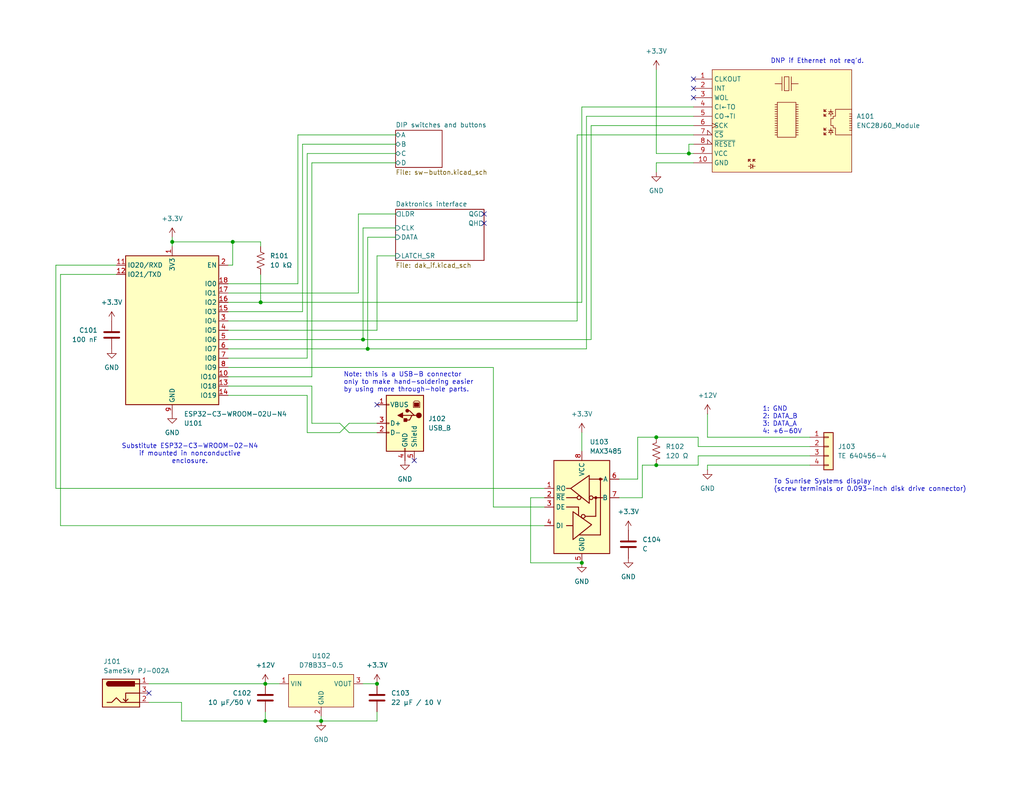
<source format=kicad_sch>
(kicad_sch (version 20250114) (generator "eeschema") (generator_version "9.0")
  (paper "USLetter")
  (title_block (title "TRT-HW05 Sunrise/Daktronics controller") (date "2025-08-29") (rev "02") (company "Bay Area Electric Railroad Association"))
  (lib_symbols
    (symbol "Connector:Barrel_Jack_Switch" (pin_names (hide yes))
      (property "Reference" "J101" (at -4.826 8.636 0))
      (property "Value" "SameSky PJ-002A" (at -4.826 6.096 0))
      (symbol "Barrel_Jack_Switch_0_1"
        (rectangle (start -5.08 3.81) (end 5.08 -3.81) (stroke (width 0.254)) (fill (type background)))
        (polyline (pts (xy -3.81 -2.54) (xy -2.54 -2.54) (xy -1.27 -1.27) (xy 0 -2.54) (xy 2.54 -2.54) (xy 5.08 -2.54)) (stroke (width 0.254)))
        (arc (start -3.302 1.905) (mid -3.9343 2.54) (end -3.302 3.175) (stroke (width 0.254)))
        (arc (start -3.302 1.905) (mid -3.9343 2.54) (end -3.302 3.175) (stroke (width 0.254)) (fill (type outline)))
        (polyline (pts (xy 1.27 -2.286) (xy 1.905 -1.651)) (stroke (width 0.254)))
        (rectangle (start 3.683 3.175) (end -3.302 1.905) (stroke (width 0.254)) (fill (type outline)))
        (polyline (pts (xy 5.08 2.54) (xy 3.81 2.54)) (stroke (width 0.254)))
        (polyline (pts (xy 5.08 0) (xy 1.27 0) (xy 1.27 -2.286) (xy 0.635 -1.651)) (stroke (width 0.254)))
      )
      (symbol "Barrel_Jack_Switch_1_1"
        (pin power_out line (at 7.62 2.54 180) (length 2.54) (name "~") (number "1"))
        (pin power_in line (at 7.62 0 180) (length 2.54) (name "~") (number "3"))
        (pin power_out line (at 7.62 -2.54 180) (length 2.54) (name "~") (number "2"))
      )
    )
    (symbol "Connector:USB_B" (pin_names (offset 1.016))
      (property "Reference" "J" (at -5.08 11.43 0))
      (property "Value" "USB_B" (at -5.08 8.89 0))
      (symbol "USB_B_0_1"
        (rectangle (start -5.08 -7.62) (end 5.08 7.62) (stroke (width 0.254)) (fill (type background)))
        (polyline (pts (xy -4.064 4.318) (xy -2.286 4.318) (xy -2.286 5.715) (xy -2.667 6.096) (xy -3.683 6.096) (xy -4.064 5.715) (xy -4.064 4.318)))
        (rectangle (start -3.81 5.588) (end -2.54 4.572) (fill (type outline)))
        (circle (center -3.81 2.159) (radius 0.635) (stroke (width 0.254)) (fill (type outline)))
        (polyline (pts (xy -3.175 2.159) (xy -2.54 2.159) (xy -1.27 3.429) (xy -0.635 3.429)) (stroke (width 0.254)))
        (polyline (pts (xy -2.54 2.159) (xy -1.905 2.159) (xy -1.27 0.889) (xy 0 0.889)) (stroke (width 0.254)))
        (polyline (pts (xy -1.905 2.159) (xy 0.635 2.159)) (stroke (width 0.254)))
        (circle (center -0.635 3.429) (radius 0.381) (stroke (width 0.254)) (fill (type outline)))
        (rectangle (start -0.127 -7.62) (end 0.127 -6.858))
        (rectangle (start 0.254 1.27) (end -0.508 0.508) (stroke (width 0.254)) (fill (type outline)))
        (polyline (pts (xy 0.635 2.794) (xy 0.635 1.524) (xy 1.905 2.159) (xy 0.635 2.794)) (stroke (width 0.254)) (fill (type outline)))
        (rectangle (start 5.08 4.953) (end 4.318 5.207))
        (rectangle (start 5.08 -0.127) (end 4.318 0.127))
        (rectangle (start 5.08 -2.667) (end 4.318 -2.413))
      )
      (symbol "USB_B_1_1"
        (pin passive line (at -2.54 -10.16 90) (length 2.54) (name "Shield") (number "5"))
        (pin power_out line (at 0 -10.16 90) (length 2.54) (name "GND") (number "4"))
        (pin power_out line (at 7.62 5.08 180) (length 2.54) (name "VBUS") (number "1"))
        (pin bidirectional line (at 7.62 0 180) (length 2.54) (name "D+") (number "3"))
        (pin bidirectional line (at 7.62 -2.54 180) (length 2.54) (name "D-") (number "2"))
      )
    )
    (symbol "Connector_Generic:Conn_01x04" (pin_names (offset 1.016) (hide yes))
      (property "Reference" "J" (at 0 5.08 0))
      (property "Value" "Conn_01x04" (at 0 -7.62 0))
      (symbol "Conn_01x04_1_1"
        (rectangle (start -1.27 3.81) (end 1.27 -6.35) (stroke (width 0.254)) (fill (type background)))
        (rectangle (start -1.27 2.667) (end 0 2.413) (stroke (width 0.1524)))
        (rectangle (start -1.27 0.127) (end 0 -0.127) (stroke (width 0.1524)))
        (rectangle (start -1.27 -2.413) (end 0 -2.667) (stroke (width 0.1524)))
        (rectangle (start -1.27 -4.953) (end 0 -5.207) (stroke (width 0.1524)))
        (pin passive line (at -5.08 2.54 0) (length 3.81) (name "Pin_1") (number "1"))
        (pin passive line (at -5.08 0 0) (length 3.81) (name "Pin_2") (number "2"))
        (pin passive line (at -5.08 -2.54 0) (length 3.81) (name "Pin_3") (number "3"))
        (pin passive line (at -5.08 -5.08 0) (length 3.81) (name "Pin_4") (number "4"))
      )
    )
    (symbol "Device:C" (pin_numbers (hide yes)) (pin_names (offset 0.254))
      (property "Reference" "C" (at 0.635 2.54 0))
      (property "Value" "C" (at 0.635 -2.54 0))
      (symbol "C_0_1"
        (polyline (pts (xy -2.032 0.762) (xy 2.032 0.762)) (stroke (width 0.508)))
        (polyline (pts (xy -2.032 -0.762) (xy 2.032 -0.762)) (stroke (width 0.508)))
      )
      (symbol "C_1_1"
        (pin passive line (at 0 3.81 270) (length 2.794) (name "~") (number "1"))
        (pin passive line (at 0 -3.81 90) (length 2.794) (name "~") (number "2"))
      )
    )
    (symbol "Device:R_US" (pin_numbers (hide yes)) (pin_names (offset 0))
      (property "Reference" "R" (at 2.54 0 90))
      (property "Value" "R_US" (at -2.54 0 90))
      (symbol "R_US_0_1"
        (polyline (pts (xy 0 2.286) (xy 0 2.54)))
        (polyline (pts (xy 0 2.286) (xy 1.016 1.905) (xy 0 1.524) (xy -1.016 1.143) (xy 0 0.762)))
        (polyline (pts (xy 0 0.762) (xy 1.016 0.381) (xy 0 0) (xy -1.016 -0.381) (xy 0 -0.762)))
        (polyline (pts (xy 0 -0.762) (xy 1.016 -1.143) (xy 0 -1.524) (xy -1.016 -1.905) (xy 0 -2.286)))
        (polyline (pts (xy 0 -2.286) (xy 0 -2.54)))
      )
      (symbol "R_US_1_1"
        (pin passive line (at 0 3.81 270) (length 1.27) (name "~") (number "1"))
        (pin passive line (at 0 -3.81 90) (length 1.27) (name "~") (number "2"))
      )
    )
    (symbol "Interface_UART:MAX3485"
      (property "Reference" "U" (at -6.985 13.97 0))
      (property "Value" "MAX3485" (at 1.905 13.97 0))
      (symbol "MAX3485_0_1"
        (rectangle (start -7.62 12.7) (end 7.62 -12.7) (stroke (width 0.254)) (fill (type background)))
        (polyline (pts (xy -4.191 2.54) (xy -1.27 2.54)) (stroke (width 0.254)))
        (polyline (pts (xy -4.191 0) (xy -0.889 0) (xy -0.889 -2.286)) (stroke (width 0.254)))
        (polyline (pts (xy -3.175 5.08) (xy -4.191 5.08) (xy -4.064 5.08)) (stroke (width 0.254)))
        (polyline (pts (xy -2.54 -5.08) (xy -4.191 -5.08)) (stroke (width 0.254)))
        (polyline (pts (xy -2.413 -5.08) (xy -2.413 -1.27) (xy 2.667 -4.826) (xy -2.413 -8.89) (xy -2.413 -5.08)) (stroke (width 0.254)))
        (polyline (pts (xy -0.635 -7.62) (xy 5.08 -7.62)) (stroke (width 0.254)))
        (circle (center 0.381 -2.54) (radius 0.508) (stroke (width 0.254)))
        (polyline (pts (xy 0.889 -2.54) (xy 3.81 -2.54)) (stroke (width 0.254)))
        (polyline (pts (xy 2.032 7.62) (xy 5.715 7.62)) (stroke (width 0.254)))
        (polyline (pts (xy 3.048 2.54) (xy 5.715 2.54)) (stroke (width 0.254)))
        (circle (center 3.81 2.54) (radius 0.2794) (stroke (width 0.254)) (fill (type outline)))
        (polyline (pts (xy 3.81 -2.54) (xy 3.81 2.54)) (stroke (width 0.254)))
        (polyline (pts (xy 5.08 -7.62) (xy 5.08 7.62)) (stroke (width 0.254)))
      )
      (symbol "MAX3485_1_1"
        (circle (center -0.762 2.54) (radius 0.508) (stroke (width 0.254)))
        (polyline (pts (xy 2.032 4.826) (xy 2.032 8.636) (xy -3.048 5.08) (xy 2.032 1.016) (xy 2.032 4.826)) (stroke (width 0.254)))
        (circle (center 2.54 2.54) (radius 0.508) (stroke (width 0.254)))
        (circle (center 5.08 7.62) (radius 0.2794) (stroke (width 0.254)) (fill (type outline)))
        (pin output line (at -10.16 5.08 0) (length 2.54) (name "RO") (number "1"))
        (pin input line (at -10.16 2.54 0) (length 2.54) (name "~{RE}") (number "2"))
        (pin input line (at -10.16 0 0) (length 2.54) (name "DE") (number "3"))
        (pin input line (at -10.16 -5.08 0) (length 2.54) (name "DI") (number "4"))
        (pin power_in line (at 0 15.24 270) (length 2.54) (name "VCC") (number "8"))
        (pin power_in line (at 0 -15.24 90) (length 2.54) (name "GND") (number "5"))
        (pin bidirectional line (at 10.16 7.62 180) (length 2.54) (name "A") (number "6"))
        (pin bidirectional line (at 10.16 2.54 180) (length 2.54) (name "B") (number "7"))
      )
    )
    (symbol "Miscellaneous:D78B33-0.5"
      (property "Reference" "U" (at 0 0 0))
      (property "Value" "D78B33-0.5" (at 5.334 2.032 0))
      (symbol "D78B33-0.5_1_1"
        (rectangle (start -1.27 -1.27) (end 16.51 -10.16) (fill (type background)))
        (pin power_in line (at -3.81 -3.81 0) (length 2.54) (name "VIN") (number "1"))
        (pin power_in line (at 7.62 -12.7 90) (length 2.54) (name "GND") (number "2"))
        (pin power_out line (at 19.05 -3.81 180) (length 2.54) (name "VOUT") (number "3"))
      )
    )
    (symbol "Miscellaneous:ENC28J60_Module"
      (property "Reference" "A" (at 0 0 0))
      (property "Value" "ENC28J60_Module" (at 7.366 2.032 0))
      (symbol "ENC28J60_Module_0_1"
        (polyline (pts (xy 9.2075 -26.3525) (xy 8.5725 -25.7175) (xy 9.2075 -25.7175) (xy 8.5725 -25.7175) (xy 8.5725 -26.3525) (xy 9.2075 -25.7175)))
        (polyline (pts (xy 10.4775 -26.3525) (xy 9.8425 -25.7175) (xy 9.8425 -26.3525) (xy 9.8425 -25.7175) (xy 10.4775 -25.7175) (xy 9.8425 -26.3525)))
        (polyline (pts (xy 10.4775 -27.6225) (xy 9.8425 -27.6225) (xy 9.8425 -26.9875) (xy 9.8425 -28.2575) (xy 9.8425 -27.6225) (xy 9.2075 -28.2575) (xy 9.2075 -26.9875) (xy 9.8425 -27.6225) (xy 9.2075 -26.9875) (xy 9.2075 -27.6225) (xy 8.5725 -27.6225)))
        (polyline (pts (xy 15.875 -10.795) (xy 16.51 -10.795)))
        (polyline (pts (xy 15.875 -11.43) (xy 16.51 -11.43)))
        (polyline (pts (xy 15.875 -12.065) (xy 16.51 -12.065)))
        (polyline (pts (xy 15.875 -12.7) (xy 16.51 -12.7)))
        (polyline (pts (xy 15.875 -13.335) (xy 16.51 -13.335)))
        (polyline (pts (xy 15.875 -13.97) (xy 16.51 -13.97)))
        (polyline (pts (xy 15.875 -14.605) (xy 16.51 -14.605)))
        (polyline (pts (xy 15.875 -15.24) (xy 16.51 -15.24)))
        (polyline (pts (xy 15.875 -15.875) (xy 16.51 -15.875)))
        (polyline (pts (xy 15.875 -16.51) (xy 16.51 -16.51)))
        (polyline (pts (xy 15.875 -17.145) (xy 16.51 -17.145)))
        (polyline (pts (xy 15.875 -17.78) (xy 16.51 -17.78)))
        (polyline (pts (xy 15.875 -18.415) (xy 16.51 -18.415)))
        (polyline (pts (xy 15.875 -19.05) (xy 16.51 -19.05)))
        (rectangle (start 16.51 -10.16) (end 21.59 -19.685))
        (polyline (pts (xy 17.78 -3.175) (xy 17.78 -6.985) (xy 17.78 -5.08) (xy 15.875 -5.08)))
        (rectangle (start 19.685 -3.175) (end 18.415 -6.985))
        (polyline (pts (xy 20.32 -3.175) (xy 20.32 -6.985) (xy 20.32 -5.08) (xy 22.225 -5.08)))
        (polyline (pts (xy 22.225 -10.795) (xy 21.59 -10.795)))
        (polyline (pts (xy 22.225 -11.43) (xy 21.59 -11.43)))
        (polyline (pts (xy 22.225 -12.065) (xy 21.59 -12.065)))
        (polyline (pts (xy 22.225 -12.7) (xy 21.59 -12.7)))
        (polyline (pts (xy 22.225 -13.335) (xy 21.59 -13.335)))
        (polyline (pts (xy 22.225 -13.97) (xy 21.59 -13.97)))
        (polyline (pts (xy 22.225 -14.605) (xy 21.59 -14.605)))
        (polyline (pts (xy 22.225 -15.24) (xy 21.59 -15.24)))
        (polyline (pts (xy 22.225 -15.875) (xy 21.59 -15.875)))
        (polyline (pts (xy 22.225 -16.51) (xy 21.59 -16.51)))
        (polyline (pts (xy 22.225 -17.145) (xy 21.59 -17.145)))
        (polyline (pts (xy 22.225 -17.78) (xy 21.59 -17.78)))
        (polyline (pts (xy 22.225 -18.415) (xy 21.59 -18.415)))
        (polyline (pts (xy 22.225 -19.05) (xy 21.59 -19.05)))
        (polyline (pts (xy 29.845 -12.065) (xy 29.21 -12.7) (xy 29.845 -12.7) (xy 29.21 -12.7) (xy 29.21 -12.065) (xy 29.845 -12.7)))
        (polyline (pts (xy 29.845 -13.335) (xy 29.21 -13.97) (xy 29.21 -13.335) (xy 29.21 -13.97) (xy 29.845 -13.97) (xy 29.21 -13.335)))
        (polyline (pts (xy 29.845 -17.145) (xy 29.21 -17.78) (xy 29.845 -17.78) (xy 29.21 -17.78) (xy 29.21 -17.145) (xy 29.845 -17.78)))
        (polyline (pts (xy 29.845 -18.415) (xy 29.21 -19.05) (xy 29.21 -18.415) (xy 29.21 -19.05) (xy 29.845 -19.05) (xy 29.21 -18.415)))
        (polyline (pts (xy 31.115 -12.065) (xy 31.115 -12.7) (xy 30.48 -12.7) (xy 31.75 -12.7) (xy 31.115 -12.7) (xy 31.75 -13.335) (xy 30.48 -13.335) (xy 31.115 -12.7) (xy 30.48 -13.335) (xy 31.115 -13.335) (xy 31.115 -13.97)))
        (polyline (pts (xy 31.115 -17.145) (xy 31.115 -17.78) (xy 30.48 -17.78) (xy 31.75 -17.78) (xy 31.115 -17.78) (xy 31.75 -18.415) (xy 30.48 -18.415) (xy 31.115 -17.78) (xy 30.48 -18.415) (xy 31.115 -18.415) (xy 31.115 -19.05)))
        (polyline (pts (xy 36.83 -13.335) (xy 36.195 -13.335) (xy 36.83 -13.335) (xy 36.83 -13.97) (xy 36.195 -13.97) (xy 36.83 -13.97) (xy 36.83 -14.605) (xy 36.195 -14.605) (xy 36.83 -14.605) (xy 36.83 -15.24) (xy 36.195 -15.24) (xy 36.83 -15.24) (xy 36.83 -15.875) (xy 36.195 -15.875) (xy 36.83 -15.875) (xy 36.83 -17.145) (xy 36.83 -16.51) (xy 36.195 -16.51) (xy 36.83 -16.51) (xy 36.83 -17.145) (xy 36.195 -17.145) (xy 36.83 -17.145) (xy 36.83 -17.78) (xy 36.195 -17.78)))
        (polyline (pts (xy 36.83 -19.05) (xy 32.385 -19.05) (xy 32.385 -17.145) (xy 31.75 -17.145) (xy 31.75 -16.51) (xy 31.115 -16.51) (xy 31.115 -14.605) (xy 31.75 -14.605) (xy 31.75 -13.97) (xy 32.385 -13.97) (xy 32.385 -12.065) (xy 36.83 -12.065)))
      )
      (symbol "ENC28J60_Module_1_1"
        (rectangle (start -1.27 -1.27) (end 36.83 -29.21) (fill (type background)))
        (pin output line (at -6.35 -3.81 0) (length 5.08) (name "CLKOUT") (number "1"))
        (pin output line (at -6.35 -6.35 0) (length 5.08) (name "INT") (number "2"))
        (pin output line (at -6.35 -8.89 0) (length 5.08) (name "WOL") (number "3"))
        (pin output line (at -6.35 -11.43 0) (length 5.08) (name "CI←TO") (number "4"))
        (pin input line (at -6.35 -13.97 0) (length 5.08) (name "CO→TI") (number "5"))
        (pin input clock (at -6.35 -16.51 0) (length 5.08) (name "SCK") (number "6"))
        (pin input input_low (at -6.35 -19.05 0) (length 5.08) (name "~{CS}") (number "7"))
        (pin input input_low (at -6.35 -21.59 0) (length 5.08) (name "~{RESET}") (number "8"))
        (pin power_in line (at -6.35 -24.13 0) (length 5.08) (name "VCC") (number "9"))
        (pin power_in line (at -6.35 -26.67 0) (length 5.08) (name "GND") (number "10"))
      )
    )
    (symbol "RF_Module:ESP32-C3-WROOM-02U"
      (property "Reference" "U" (at -12.192 21.336 0))
      (property "Value" "ESP32-C3-WROOM-02U" (at 12.7 21.336 0))
      (symbol "ESP32-C3-WROOM-02U_1_1"
        (rectangle (start -12.7 20.32) (end 12.7 -20.32) (stroke (width 0.254)) (fill (type background)))
        (pin input line (at -15.24 17.78 0) (length 2.54) (name "EN") (number "2"))
        (pin bidirectional line (at -15.24 12.7 0) (length 2.54) (name "IO0") (number "18"))
        (pin bidirectional line (at -15.24 10.16 0) (length 2.54) (name "IO1") (number "17"))
        (pin bidirectional line (at -15.24 7.62 0) (length 2.54) (name "IO2") (number "16"))
        (pin bidirectional line (at -15.24 5.08 0) (length 2.54) (name "IO3") (number "15"))
        (pin bidirectional line (at -15.24 2.54 0) (length 2.54) (name "IO4") (number "3"))
        (pin bidirectional line (at -15.24 0 0) (length 2.54) (name "IO5") (number "4"))
        (pin bidirectional line (at -15.24 -2.54 0) (length 2.54) (name "IO6") (number "5"))
        (pin bidirectional line (at -15.24 -5.08 0) (length 2.54) (name "IO7") (number "6"))
        (pin bidirectional line (at -15.24 -7.62 0) (length 2.54) (name "IO8") (number "7"))
        (pin bidirectional line (at -15.24 -10.16 0) (length 2.54) (name "IO9") (number "8"))
        (pin bidirectional line (at -15.24 -12.7 0) (length 2.54) (name "IO10") (number "10"))
        (pin bidirectional line (at -15.24 -15.24 0) (length 2.54) (name "IO18") (number "13"))
        (pin bidirectional line (at -15.24 -17.78 0) (length 2.54) (name "IO19") (number "14"))
        (pin power_in line (at 0 22.86 270) (length 2.54) (name "3V3") (number "1"))
        (pin passive line (at 0 -22.86 90) (length 2.54) (hide yes) (name "GND") (number "19"))
        (pin power_in line (at 0 -22.86 90) (length 2.54) (name "GND") (number "9"))
        (pin bidirectional line (at 15.24 17.78 180) (length 2.54) (name "IO20/RXD") (number "11"))
        (pin bidirectional line (at 15.24 15.24 180) (length 2.54) (name "IO21/TXD") (number "12"))
      )
    )
    (symbol "power:+12V" (power) (pin_numbers (hide yes)) (pin_names (offset 0) (hide yes))
      (property "Value" "+12V" (at 0 3.556 0))
      (symbol "+12V_0_1"
        (polyline (pts (xy -0.762 1.27) (xy 0 2.54)))
        (polyline (pts (xy 0 2.54) (xy 0.762 1.27)))
        (polyline (pts (xy 0 0) (xy 0 2.54)))
      )
      (symbol "+12V_1_1"
        (pin power_in line (at 0 0 90) (length 0) (name "~") (number "1"))
      )
    )
    (symbol "power:+3.3V" (power) (pin_numbers (hide yes)) (pin_names (offset 0) (hide yes))
      (property "Value" "+3.3V" (at 0 3.556 0))
      (symbol "+3.3V_0_1"
        (polyline (pts (xy -0.762 1.27) (xy 0 2.54)))
        (polyline (pts (xy 0 2.54) (xy 0.762 1.27)))
        (polyline (pts (xy 0 0) (xy 0 2.54)))
      )
      (symbol "+3.3V_1_1"
        (pin power_in line (at 0 0 90) (length 0) (name "~") (number "1"))
      )
    )
    (symbol "power:GND" (power) (pin_numbers (hide yes)) (pin_names (offset 0) (hide yes))
      (property "Value" "GND" (at 0 -3.81 0))
      (symbol "GND_0_1"
        (polyline (pts (xy 0 0) (xy 0 -1.27) (xy 1.27 -1.27) (xy 0 -2.54) (xy -1.27 -1.27) (xy 0 -1.27)))
      )
      (symbol "GND_1_1"
        (pin power_in line (at 0 0 270) (length 0) (name "~") (number "1"))
      )
    )
  )
  (text "1: GND\n2: DATA_B\n3: DATA_A\n4: +6-60V" (at 208.026 114.808 0) (effects (font (size 1.27 1.27)) (justify left)))
  (text "Note: this is a USB-B connector\nonly to make hand-soldering easier\nby using more through-hole parts." (at 93.726 104.394 0) (effects (font (size 1.27 1.27)) (justify left)))
  (text "Substitute ESP32-C3-WROOM-02-N4\nif mounted in nonconductive\nenclosure." (at 51.816 123.952 0) (effects (font (size 1.27 1.27))))
  (text "To Sunrise Systems display\n(screw terminals or 0.093-inch disk drive connector)" (at 211.074 132.588 0) (effects (font (size 1.27 1.27)) (justify left)))
  (text "DNP if Ethernet not req'd." (at 223.012 16.764 0) (effects (font (size 1.27 1.27))))
  (junction (at 158.75 153.67))
  (junction (at 63.5 66.04))
  (junction (at 87.63 196.85))
  (junction (at 179.07 127))
  (junction (at 71.12 82.55))
  (junction (at 187.96 41.91))
  (junction (at 179.07 119.38))
  (junction (at 100.33 95.25))
  (junction (at 72.39 196.85))
  (junction (at 72.39 186.69))
  (junction (at 46.99 66.04))
  (junction (at 102.87 186.69))
  (junction (at 99.06 92.71))
  (no_connect (at 132.08 58.42))
  (no_connect (at 113.03 125.73))
  (no_connect (at 102.87 110.49))
  (no_connect (at 132.08 60.96))
  (no_connect (at 189.23 21.59))
  (no_connect (at 189.23 24.13))
  (no_connect (at 189.23 26.67))
  (no_connect (at 40.64 189.23))
  (wire (pts (xy 100.33 64.77) (xy 100.33 95.25)))
  (wire (pts (xy 134.62 138.43) (xy 148.59 138.43)))
  (wire (pts (xy 102.87 186.69) (xy 99.06 186.69)))
  (wire (pts (xy 62.23 97.79) (xy 83.82 97.79)))
  (wire (pts (xy 62.23 95.25) (xy 100.33 95.25)))
  (wire (pts (xy 157.48 36.83) (xy 157.48 87.63)))
  (wire (pts (xy 107.95 69.85) (xy 102.87 69.85)))
  (wire (pts (xy 82.55 85.09) (xy 62.23 85.09)))
  (wire (pts (xy 157.48 87.63) (xy 62.23 87.63)))
  (wire (pts (xy 31.75 74.93) (xy 16.51 74.93)))
  (wire (pts (xy 62.23 107.95) (xy 83.82 107.95)))
  (wire (pts (xy 187.96 39.37) (xy 187.96 41.91)))
  (wire (pts (xy 46.99 66.04) (xy 63.5 66.04)))
  (wire (pts (xy 87.63 196.85) (xy 102.87 196.85)))
  (wire (pts (xy 193.04 127) (xy 220.98 127)))
  (wire (pts (xy 71.12 66.04) (xy 63.5 66.04)))
  (wire (pts (xy 62.23 90.17) (xy 102.87 90.17)))
  (wire (pts (xy 161.29 34.29) (xy 161.29 92.71)))
  (wire (pts (xy 189.23 31.75) (xy 160.02 31.75)))
  (wire (pts (xy 16.51 74.93) (xy 16.51 143.51)))
  (wire (pts (xy 100.33 95.25) (xy 160.02 95.25)))
  (wire (pts (xy 71.12 67.31) (xy 71.12 66.04)))
  (wire (pts (xy 92.71 115.57) (xy 95.25 118.11)))
  (wire (pts (xy 179.07 46.99) (xy 179.07 44.45)))
  (wire (pts (xy 102.87 69.85) (xy 102.87 90.17)))
  (wire (pts (xy 161.29 34.29) (xy 189.23 34.29)))
  (wire (pts (xy 187.96 41.91) (xy 189.23 41.91)))
  (wire (pts (xy 190.5 121.92) (xy 220.98 121.92)))
  (wire (pts (xy 148.59 135.89) (xy 144.78 135.89)))
  (wire (pts (xy 158.75 118.11) (xy 158.75 123.19)))
  (wire (pts (xy 62.23 82.55) (xy 71.12 82.55)))
  (wire (pts (xy 95.25 115.57) (xy 92.71 118.11)))
  (wire (pts (xy 179.07 41.91) (xy 187.96 41.91)))
  (wire (pts (xy 189.23 39.37) (xy 187.96 39.37)))
  (wire (pts (xy 190.5 119.38) (xy 190.5 121.92)))
  (wire (pts (xy 72.39 194.31) (xy 72.39 196.85)))
  (wire (pts (xy 193.04 128.27) (xy 193.04 127)))
  (wire (pts (xy 62.23 77.47) (xy 81.28 77.47)))
  (wire (pts (xy 71.12 74.93) (xy 71.12 82.55)))
  (wire (pts (xy 15.24 133.35) (xy 15.24 72.39)))
  (wire (pts (xy 168.91 135.89) (xy 175.26 135.89)))
  (wire (pts (xy 107.95 39.37) (xy 82.55 39.37)))
  (wire (pts (xy 83.82 41.91) (xy 107.95 41.91)))
  (wire (pts (xy 107.95 44.45) (xy 85.09 44.45)))
  (wire (pts (xy 85.09 115.57) (xy 92.71 115.57)))
  (wire (pts (xy 193.04 119.38) (xy 220.98 119.38)))
  (wire (pts (xy 158.75 29.21) (xy 189.23 29.21)))
  (wire (pts (xy 63.5 72.39) (xy 62.23 72.39)))
  (wire (pts (xy 158.75 82.55) (xy 158.75 29.21)))
  (wire (pts (xy 46.99 64.77) (xy 46.99 66.04)))
  (wire (pts (xy 97.79 58.42) (xy 97.79 80.01)))
  (wire (pts (xy 49.53 191.77) (xy 40.64 191.77)))
  (wire (pts (xy 193.04 113.03) (xy 193.04 119.38)))
  (wire (pts (xy 168.91 130.81) (xy 173.99 130.81)))
  (wire (pts (xy 179.07 19.05) (xy 179.07 41.91)))
  (wire (pts (xy 95.25 115.57) (xy 102.87 115.57)))
  (wire (pts (xy 144.78 135.89) (xy 144.78 153.67)))
  (wire (pts (xy 16.51 143.51) (xy 148.59 143.51)))
  (wire (pts (xy 85.09 102.87) (xy 62.23 102.87)))
  (wire (pts (xy 87.63 196.85) (xy 87.63 195.58)))
  (wire (pts (xy 81.28 77.47) (xy 81.28 36.83)))
  (wire (pts (xy 62.23 105.41) (xy 85.09 105.41)))
  (wire (pts (xy 15.24 133.35) (xy 148.59 133.35)))
  (wire (pts (xy 76.2 186.69) (xy 72.39 186.69)))
  (wire (pts (xy 63.5 66.04) (xy 63.5 72.39)))
  (wire (pts (xy 83.82 118.11) (xy 92.71 118.11)))
  (wire (pts (xy 134.62 100.33) (xy 134.62 138.43)))
  (wire (pts (xy 107.95 58.42) (xy 97.79 58.42)))
  (wire (pts (xy 85.09 115.57) (xy 85.09 105.41)))
  (wire (pts (xy 81.28 36.83) (xy 107.95 36.83)))
  (wire (pts (xy 102.87 196.85) (xy 102.87 194.31)))
  (wire (pts (xy 190.5 124.46) (xy 220.98 124.46)))
  (wire (pts (xy 62.23 92.71) (xy 99.06 92.71)))
  (wire (pts (xy 179.07 44.45) (xy 189.23 44.45)))
  (wire (pts (xy 144.78 153.67) (xy 158.75 153.67)))
  (wire (pts (xy 71.12 82.55) (xy 158.75 82.55)))
  (wire (pts (xy 107.95 64.77) (xy 100.33 64.77)))
  (wire (pts (xy 99.06 92.71) (xy 99.06 62.23)))
  (wire (pts (xy 173.99 119.38) (xy 173.99 130.81)))
  (wire (pts (xy 190.5 124.46) (xy 190.5 127)))
  (wire (pts (xy 175.26 127) (xy 175.26 135.89)))
  (wire (pts (xy 95.25 118.11) (xy 102.87 118.11)))
  (wire (pts (xy 157.48 36.83) (xy 189.23 36.83)))
  (wire (pts (xy 85.09 44.45) (xy 85.09 102.87)))
  (wire (pts (xy 179.07 127) (xy 175.26 127)))
  (wire (pts (xy 99.06 62.23) (xy 107.95 62.23)))
  (wire (pts (xy 40.64 186.69) (xy 72.39 186.69)))
  (wire (pts (xy 190.5 127) (xy 179.07 127)))
  (wire (pts (xy 15.24 72.39) (xy 31.75 72.39)))
  (wire (pts (xy 46.99 66.04) (xy 46.99 67.31)))
  (wire (pts (xy 82.55 39.37) (xy 82.55 85.09)))
  (wire (pts (xy 83.82 107.95) (xy 83.82 118.11)))
  (wire (pts (xy 62.23 100.33) (xy 134.62 100.33)))
  (wire (pts (xy 97.79 80.01) (xy 62.23 80.01)))
  (wire (pts (xy 160.02 31.75) (xy 160.02 95.25)))
  (wire (pts (xy 83.82 97.79) (xy 83.82 41.91)))
  (wire (pts (xy 49.53 196.85) (xy 72.39 196.85)))
  (wire (pts (xy 72.39 196.85) (xy 87.63 196.85)))
  (wire (pts (xy 173.99 119.38) (xy 179.07 119.38)))
  (wire (pts (xy 49.53 191.77) (xy 49.53 196.85)))
  (wire (pts (xy 99.06 92.71) (xy 161.29 92.71)))
  (wire (pts (xy 179.07 119.38) (xy 190.5 119.38)))
  (symbol (lib_id "Device:C") (at 30.48 91.44 0) (unit 1)
    (property "Reference" "C101" (at 26.67 90.1699 0) (effects (justify right)))
    (property "Value" "100 nF" (at 26.67 92.7099 0) (effects (justify right)))
    (property "Footprint" "Capacitor_SMD:C_0805_2012Metric_Pad1.18x1.45mm_HandSolder" (effects (hide yes)))
    (property "Description" "Unpolarized capacitor" (effects (hide yes)))
  )
  (symbol (lib_id "Device:C") (at 102.87 190.5 0) (mirror y) (unit 1)
    (property "Reference" "C103" (at 106.68 189.2299 0) (effects (justify right)))
    (property "Value" "22 µF / 10 V" (at 106.68 191.7699 0) (effects (justify right)))
    (property "Footprint" "Capacitor_SMD:C_0805_2012Metric_Pad1.18x1.45mm_HandSolder" (effects (hide yes)))
    (property "Description" "Unpolarized capacitor" (effects (hide yes)))
  )
  (symbol (lib_id "power:+3.3V") (at 158.75 118.11 0) (unit 1)
    (property "Reference" "#PWR0109" (effects (hide yes)))
    (property "Value" "+3.3V" (at 158.75 113.03 0))
    (property "Description" "Power symbol creates a global label with name \"+3.3V\"" (effects (hide yes)))
  )
  (symbol (lib_id "power:+3.3V") (at 179.07 19.05 0) (unit 1)
    (property "Reference" "#PWR0113" (effects (hide yes)))
    (property "Value" "+3.3V" (at 179.07 13.97 0))
    (property "Description" "Power symbol creates a global label with name \"+3.3V\"" (effects (hide yes)))
  )
  (symbol (lib_id "Device:C") (at 72.39 190.5 0) (mirror y) (unit 1)
    (property "Reference" "C102" (at 68.58 189.23 0) (effects (justify left)))
    (property "Value" "10 µF/50 V" (at 68.58 191.77 0) (effects (justify left)))
    (property "Footprint" "Capacitor_SMD:C_1206_3216Metric_Pad1.33x1.80mm_HandSolder" (effects (hide yes)))
    (property "Description" "Unpolarized capacitor" (effects (hide yes)))
  )
  (symbol (lib_id "power:GND") (at 46.99 113.03 0) (unit 1)
    (property "Reference" "#PWR0104" (effects (hide yes)))
    (property "Value" "GND" (at 46.99 118.11 0))
    (property "Description" "Power symbol creates a global label with name \"GND\" , ground" (effects (hide yes)))
  )
  (symbol (lib_id "power:+3.3V") (at 102.87 186.69 0) (unit 1)
    (property "Reference" "#PWR0107" (effects (hide yes)))
    (property "Value" "+3.3V" (at 102.87 181.61 0))
    (property "Description" "Power symbol creates a global label with name \"+3.3V\"" (effects (hide yes)))
  )
  (symbol (lib_id "power:+3.3V") (at 30.48 87.63 0) (unit 1)
    (property "Reference" "#PWR0101" (effects (hide yes)))
    (property "Value" "+3.3V" (at 30.48 82.55 0))
    (property "Description" "Power symbol creates a global label with name \"+3.3V\"" (effects (hide yes)))
  )
  (symbol (lib_id "Device:C") (at 171.45 148.59 0) (mirror y) (unit 1)
    (property "Reference" "C104" (at 175.26 147.3199 0) (effects (justify right)))
    (property "Value" "C" (at 175.26 149.8599 0) (effects (justify right)))
    (property "Footprint" "Capacitor_SMD:C_0805_2012Metric_Pad1.18x1.45mm_HandSolder" (effects (hide yes)))
    (property "Description" "Unpolarized capacitor" (effects (hide yes)))
  )
  (symbol (lib_id "Miscellaneous:D78B33-0.5") (at 80.01 182.88 0) (unit 1)
    (property "Reference" "U102" (at 87.63 179.07 0))
    (property "Value" "D78B33-0.5" (at 87.63 181.61 0))
    (property "Footprint" "Converter_DCDC:Converter_DCDC_RECOM_R-78B-2.0_THT" (effects (hide yes)))
    (property "Datasheet" "https://diwellshop.cafe24.com/web/DATASHEET/01_subtitle/4_POWER/2_DC-DC/D78B33-0.5/D78B.pdf" (effects (hide yes)))
    (property "Description" "6.5-36 VDC to 3.3 VDC @ 500 mA buck converter module" (effects (hide yes)))
  )
  (symbol (lib_id "power:+12V") (at 72.39 186.69 0) (unit 1)
    (property "Reference" "#PWR0105" (effects (hide yes)))
    (property "Value" "+12V" (at 72.39 181.61 0))
    (property "Description" "Power symbol creates a global label with name \"+12V\"" (effects (hide yes)))
  )
  (symbol (lib_id "Miscellaneous:ENC28J60_Module") (at 195.58 17.78 0) (unit 1)
    (property "Reference" "A101" (at 233.68 31.75 0) (effects (justify left)))
    (property "Value" "ENC28J60_Module" (at 233.68 34.29 0) (effects (justify left)))
    (property "Footprint" "Connector_PinHeader_1.00mm:PinHeader_2x05_P1.00mm_Vertical" (effects (hide yes)))
    (property "Description" "SPI Ethernet adapter module" (effects (hide yes)))
  )
  (symbol (lib_id "power:GND") (at 158.75 153.67 0) (unit 1)
    (property "Reference" "#PWR0110" (effects (hide yes)))
    (property "Value" "GND" (at 158.75 158.75 0))
    (property "Description" "Power symbol creates a global label with name \"GND\" , ground" (effects (hide yes)))
  )
  (symbol (lib_id "power:GND") (at 87.63 196.85 0) (unit 1)
    (property "Reference" "#PWR0106" (effects (hide yes)))
    (property "Value" "GND" (at 87.63 201.93 0))
    (property "Description" "Power symbol creates a global label with name \"GND\" , ground" (effects (hide yes)))
  )
  (symbol (lib_id "Device:R_US") (at 179.07 123.19 0) (mirror y) (unit 1)
    (property "Reference" "R102" (at 181.61 121.9199 0) (effects (justify right)))
    (property "Value" "120 Ω" (at 181.61 124.4599 0) (effects (justify right)))
    (property "Footprint" "Resistor_SMD:R_1206_3216Metric_Pad1.30x1.75mm_HandSolder" (effects (hide yes)))
    (property "Description" "Resistor, US symbol" (effects (hide yes)))
  )
  (symbol (lib_id "power:+3.3V") (at 46.99 64.77 0) (unit 1)
    (property "Reference" "#PWR0103" (effects (hide yes)))
    (property "Value" "+3.3V" (at 46.99 59.69 0))
    (property "Description" "Power symbol creates a global label with name \"+3.3V\"" (effects (hide yes)))
  )
  (symbol (lib_id "power:+3.3V") (at 171.45 144.78 0) (mirror y) (unit 1)
    (property "Reference" "#PWR0111" (effects (hide yes)))
    (property "Value" "+3.3V" (at 171.45 139.7 0))
    (property "Description" "Power symbol creates a global label with name \"+3.3V\"" (effects (hide yes)))
  )
  (symbol (lib_id "power:GND") (at 171.45 152.4 0) (mirror y) (unit 1)
    (property "Reference" "#PWR0112" (effects (hide yes)))
    (property "Value" "GND" (at 171.45 157.48 0))
    (property "Description" "Power symbol creates a global label with name \"GND\" , ground" (effects (hide yes)))
  )
  (symbol (lib_id "power:GND") (at 193.04 128.27 0) (mirror y) (unit 1)
    (property "Reference" "#PWR0116" (effects (hide yes)))
    (property "Value" "GND" (at 193.04 133.35 0))
    (property "Description" "Power symbol creates a global label with name \"GND\" , ground" (effects (hide yes)))
  )
  (symbol (lib_id "Device:R_US") (at 71.12 71.12 0) (unit 1)
    (property "Reference" "R101" (at 73.66 69.8499 0) (effects (justify left)))
    (property "Value" "10 kΩ" (at 73.66 72.3899 0) (effects (justify left)))
    (property "Footprint" "Resistor_SMD:R_1206_3216Metric_Pad1.30x1.75mm_HandSolder" (effects (hide yes)))
    (property "Description" "Resistor, US symbol" (effects (hide yes)))
  )
  (symbol (lib_id "power:+12V") (at 193.04 113.03 0) (mirror y) (unit 1)
    (property "Reference" "#PWR0115" (effects (hide yes)))
    (property "Value" "+12V" (at 193.04 107.95 0))
    (property "Description" "Power symbol creates a global label with name \"+12V\"" (effects (hide yes)))
  )
  (symbol (lib_id "RF_Module:ESP32-C3-WROOM-02U") (at 46.99 90.17 0) (mirror y) (unit 1)
    (property "Reference" "U101" (at 50.1483 115.57 0) (effects (justify right)))
    (property "Value" "ESP32-C3-WROOM-02U-N4" (at 50.1483 113.03 0) (effects (justify right)))
    (property "Footprint" "RF_Module:ESP32-C3-WROOM-02U" (effects (hide yes)))
    (property "Datasheet" "https://www.espressif.com/sites/default/files/documentation/esp32-c3-wroom-02_datasheet_en.pdf" (effects (hide yes)))
    (property "Description" "802.11 b/g/n Wi­Fi and Bluetooth 5 module, ESP32­C3 SoC, RISC­V microprocessor, On-board antenna" (effects (hide yes)))
  )
  (symbol (lib_id "Interface_UART:MAX3485") (at 158.75 138.43 0) (unit 1)
    (property "Reference" "U103" (at 160.8933 120.65 0) (effects (justify left)))
    (property "Value" "MAX3485" (at 160.8933 123.19 0) (effects (justify left)))
    (property "Footprint" "Package_SO:SOIC-8_3.9x4.9mm_P1.27mm" (effects (hide yes)))
    (property "Datasheet" "https://datasheets.maximintegrated.com/en/ds/MAX3483-MAX3491.pdf" (effects (hide yes)))
    (property "Description" "True RS-485/RS-422, 10Mbps, Slew-Rate Limited, with low-power shutdown, with receiver/driver enable, 32 receiver drive capacitity, DIP-8 and SOIC-8" (effects (hide yes)))
  )
  (symbol (lib_id "Connector:USB_B") (at 110.49 115.57 0) (mirror y) (unit 1)
    (property "Reference" "J102" (at 116.84 114.2999 0) (effects (justify right)))
    (property "Value" "USB_B" (at 116.84 116.8399 0) (effects (justify right)))
    (property "Footprint" "Connector_USB:USB_B_OST_USB-B1HSxx_Horizontal" (effects (hide yes)))
    (property "Description" "USB Type B connector" (effects (hide yes)))
  )
  (symbol (lib_id "power:GND") (at 179.07 46.99 0) (unit 1)
    (property "Reference" "#PWR0114" (effects (hide yes)))
    (property "Value" "GND" (at 179.07 52.07 0))
    (property "Description" "Power symbol creates a global label with name \"GND\" , ground" (effects (hide yes)))
  )
  (symbol (lib_id "Connector:Barrel_Jack_Switch") (at 33.02 189.23 0) (unit 1)
    (property "Reference" "J101" (at 28.194 180.594 0) (effects (justify left)))
    (property "Value" "SameSky PJ-002A" (at 28.194 183.134 0) (effects (justify left)))
    (property "Footprint" "Connector_BarrelJack:BarrelJack_Horizontal" (effects (hide yes)))
    (property "Datasheet" "https://www.sameskydevices.com/product/resource/pj-002a.pdf" (effects (hide yes)))
    (property "Description" "DC Barrel Jack with an internal switch" (effects (hide yes)))
  )
  (symbol (lib_id "Connector_Generic:Conn_01x04") (at 226.06 121.92 0) (unit 1)
    (property "Reference" "J103" (at 228.6 121.9199 0) (effects (justify left)))
    (property "Value" "TE 640456-4" (at 228.6 124.4599 0) (effects (justify left)))
    (property "Footprint" "Connector_PinHeader_2.54mm:PinHeader_1x04_P2.54mm_Vertical" (effects (hide yes)))
    (property "Description" "Generic connector, single row, 01x04, script generated (kicad-library-utils/schlib/autogen/connector/)" (effects (hide yes)))
  )
  (symbol (lib_id "power:GND") (at 30.48 95.25 0) (unit 1)
    (property "Reference" "#PWR0102" (effects (hide yes)))
    (property "Value" "GND" (at 30.48 100.33 0))
    (property "Description" "Power symbol creates a global label with name \"GND\" , ground" (effects (hide yes)))
  )
  (symbol (lib_id "power:GND") (at 110.49 125.73 0) (unit 1)
    (property "Reference" "#PWR0108" (effects (hide yes)))
    (property "Value" "GND" (at 110.49 130.81 0))
    (property "Description" "Power symbol creates a global label with name \"GND\" , ground" (effects (hide yes)))
  )
  (sheet (at 107.95 35.56) (size 12.7 10.16) (stroke (width 0.1524))
    (property "Sheetname" "DIP switches and buttons" (at 107.95 34.8484 0) (effects (justify left bottom)))
    (property "Sheetfile" "sw-button.kicad_sch" (at 107.95 46.3046 0) (effects (justify left top)))
    (pin "A" bidirectional (at 107.95 36.83 180))
    (pin "B" bidirectional (at 107.95 39.37 180))
    (pin "C" bidirectional (at 107.95 41.91 180))
    (pin "D" bidirectional (at 107.95 44.45 180))
  )
  (sheet (at 107.95 57.15) (size 24.13 13.97) (stroke (width 0.1524))
    (property "Sheetname" "Daktronics interface" (at 107.95 56.4384 0) (effects (justify left bottom)))
    (property "Sheetfile" "dak_if.kicad_sch" (at 107.95 71.7046 0) (effects (justify left top)))
    (pin "CLK" input (at 107.95 62.23 180))
    (pin "DATA" input (at 107.95 64.77 180))
    (pin "LDR" output (at 107.95 58.42 180))
    (pin "LATCH_SR" input (at 107.95 69.85 180))
    (pin "QG" output (at 132.08 58.42 0))
    (pin "QH" output (at 132.08 60.96 0))
  )
)
</source>
